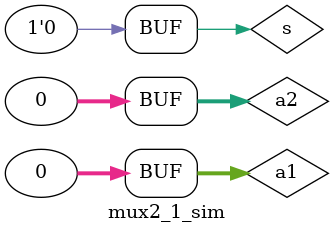
<source format=v>
`timescale 1ns / 1ps


module mux2_1_sim;
    reg [31:0] a1;
    reg [31:0] a2;
    reg s1;
    wire [31:0] t;
    mux2x32 select(.a0(a1),
                   .a1(a2),
                   .s(s1),
                   .y(t));
    initial begin
        a1 = 0;
        a2 = 0;
        s = 0;
    end
endmodule

</source>
